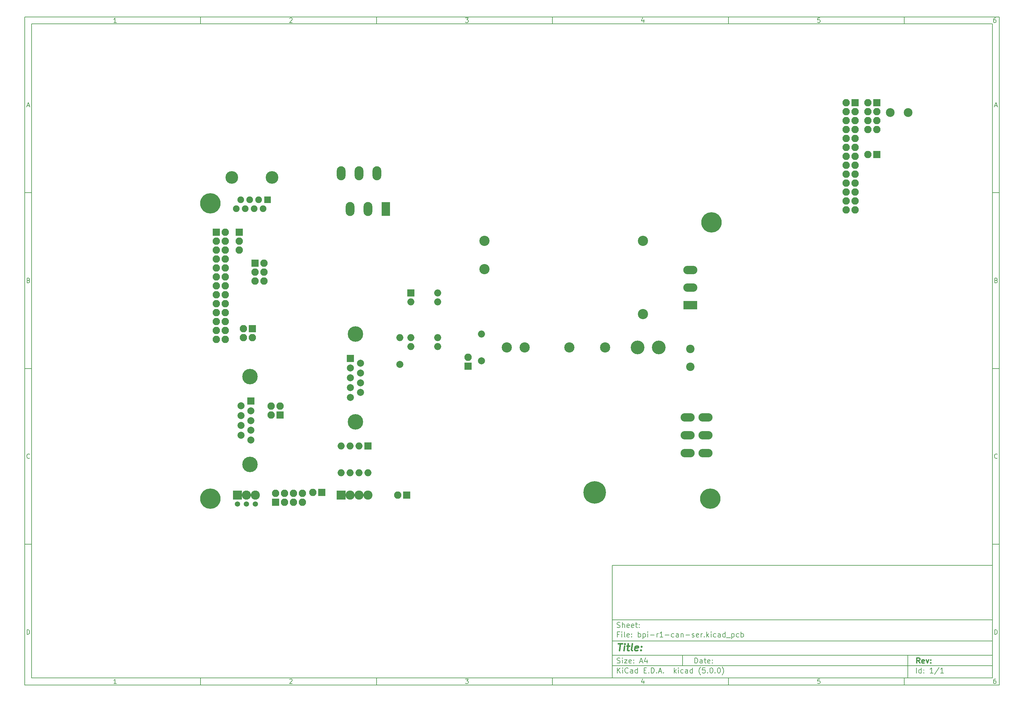
<source format=gbs>
G04 #@! TF.GenerationSoftware,KiCad,Pcbnew,(5.0.0)*
G04 #@! TF.CreationDate,2018-08-15T00:31:51+02:00*
G04 #@! TF.ProjectId,bpi-r1-can-ser,6270692D72312D63616E2D7365722E6B,rev?*
G04 #@! TF.SameCoordinates,Original*
G04 #@! TF.FileFunction,Soldermask,Bot*
G04 #@! TF.FilePolarity,Negative*
%FSLAX46Y46*%
G04 Gerber Fmt 4.6, Leading zero omitted, Abs format (unit mm)*
G04 Created by KiCad (PCBNEW (5.0.0)) date 08/15/18 00:31:51*
%MOMM*%
%LPD*%
G01*
G04 APERTURE LIST*
%ADD10C,0.100000*%
%ADD11C,0.150000*%
%ADD12C,0.300000*%
%ADD13C,0.400000*%
%ADD14R,2.000000X2.000000*%
%ADD15C,2.000000*%
%ADD16C,4.400000*%
%ADD17R,2.100000X2.100000*%
%ADD18O,2.100000X2.100000*%
%ADD19C,2.500000*%
%ADD20R,4.000000X2.400000*%
%ADD21O,4.000000X2.400000*%
%ADD22C,2.900000*%
%ADD23O,2.000000X2.000000*%
%ADD24C,3.900120*%
%ADD25C,6.399480*%
%ADD26C,2.400000*%
%ADD27C,5.800000*%
%ADD28C,3.600000*%
%ADD29R,1.900000X1.900000*%
%ADD30C,1.900000*%
%ADD31R,2.600000X2.600000*%
%ADD32C,1.500000*%
%ADD33C,2.600000*%
%ADD34R,2.480000X4.000000*%
%ADD35O,2.480000X4.000000*%
G04 APERTURE END LIST*
D10*
D11*
X177002200Y-166007200D02*
X177002200Y-198007200D01*
X285002200Y-198007200D01*
X285002200Y-166007200D01*
X177002200Y-166007200D01*
D10*
D11*
X10000000Y-10000000D02*
X10000000Y-200007200D01*
X287002200Y-200007200D01*
X287002200Y-10000000D01*
X10000000Y-10000000D01*
D10*
D11*
X12000000Y-12000000D02*
X12000000Y-198007200D01*
X285002200Y-198007200D01*
X285002200Y-12000000D01*
X12000000Y-12000000D01*
D10*
D11*
X60000000Y-12000000D02*
X60000000Y-10000000D01*
D10*
D11*
X110000000Y-12000000D02*
X110000000Y-10000000D01*
D10*
D11*
X160000000Y-12000000D02*
X160000000Y-10000000D01*
D10*
D11*
X210000000Y-12000000D02*
X210000000Y-10000000D01*
D10*
D11*
X260000000Y-12000000D02*
X260000000Y-10000000D01*
D10*
D11*
X36065476Y-11588095D02*
X35322619Y-11588095D01*
X35694047Y-11588095D02*
X35694047Y-10288095D01*
X35570238Y-10473809D01*
X35446428Y-10597619D01*
X35322619Y-10659523D01*
D10*
D11*
X85322619Y-10411904D02*
X85384523Y-10350000D01*
X85508333Y-10288095D01*
X85817857Y-10288095D01*
X85941666Y-10350000D01*
X86003571Y-10411904D01*
X86065476Y-10535714D01*
X86065476Y-10659523D01*
X86003571Y-10845238D01*
X85260714Y-11588095D01*
X86065476Y-11588095D01*
D10*
D11*
X135260714Y-10288095D02*
X136065476Y-10288095D01*
X135632142Y-10783333D01*
X135817857Y-10783333D01*
X135941666Y-10845238D01*
X136003571Y-10907142D01*
X136065476Y-11030952D01*
X136065476Y-11340476D01*
X136003571Y-11464285D01*
X135941666Y-11526190D01*
X135817857Y-11588095D01*
X135446428Y-11588095D01*
X135322619Y-11526190D01*
X135260714Y-11464285D01*
D10*
D11*
X185941666Y-10721428D02*
X185941666Y-11588095D01*
X185632142Y-10226190D02*
X185322619Y-11154761D01*
X186127380Y-11154761D01*
D10*
D11*
X236003571Y-10288095D02*
X235384523Y-10288095D01*
X235322619Y-10907142D01*
X235384523Y-10845238D01*
X235508333Y-10783333D01*
X235817857Y-10783333D01*
X235941666Y-10845238D01*
X236003571Y-10907142D01*
X236065476Y-11030952D01*
X236065476Y-11340476D01*
X236003571Y-11464285D01*
X235941666Y-11526190D01*
X235817857Y-11588095D01*
X235508333Y-11588095D01*
X235384523Y-11526190D01*
X235322619Y-11464285D01*
D10*
D11*
X285941666Y-10288095D02*
X285694047Y-10288095D01*
X285570238Y-10350000D01*
X285508333Y-10411904D01*
X285384523Y-10597619D01*
X285322619Y-10845238D01*
X285322619Y-11340476D01*
X285384523Y-11464285D01*
X285446428Y-11526190D01*
X285570238Y-11588095D01*
X285817857Y-11588095D01*
X285941666Y-11526190D01*
X286003571Y-11464285D01*
X286065476Y-11340476D01*
X286065476Y-11030952D01*
X286003571Y-10907142D01*
X285941666Y-10845238D01*
X285817857Y-10783333D01*
X285570238Y-10783333D01*
X285446428Y-10845238D01*
X285384523Y-10907142D01*
X285322619Y-11030952D01*
D10*
D11*
X60000000Y-198007200D02*
X60000000Y-200007200D01*
D10*
D11*
X110000000Y-198007200D02*
X110000000Y-200007200D01*
D10*
D11*
X160000000Y-198007200D02*
X160000000Y-200007200D01*
D10*
D11*
X210000000Y-198007200D02*
X210000000Y-200007200D01*
D10*
D11*
X260000000Y-198007200D02*
X260000000Y-200007200D01*
D10*
D11*
X36065476Y-199595295D02*
X35322619Y-199595295D01*
X35694047Y-199595295D02*
X35694047Y-198295295D01*
X35570238Y-198481009D01*
X35446428Y-198604819D01*
X35322619Y-198666723D01*
D10*
D11*
X85322619Y-198419104D02*
X85384523Y-198357200D01*
X85508333Y-198295295D01*
X85817857Y-198295295D01*
X85941666Y-198357200D01*
X86003571Y-198419104D01*
X86065476Y-198542914D01*
X86065476Y-198666723D01*
X86003571Y-198852438D01*
X85260714Y-199595295D01*
X86065476Y-199595295D01*
D10*
D11*
X135260714Y-198295295D02*
X136065476Y-198295295D01*
X135632142Y-198790533D01*
X135817857Y-198790533D01*
X135941666Y-198852438D01*
X136003571Y-198914342D01*
X136065476Y-199038152D01*
X136065476Y-199347676D01*
X136003571Y-199471485D01*
X135941666Y-199533390D01*
X135817857Y-199595295D01*
X135446428Y-199595295D01*
X135322619Y-199533390D01*
X135260714Y-199471485D01*
D10*
D11*
X185941666Y-198728628D02*
X185941666Y-199595295D01*
X185632142Y-198233390D02*
X185322619Y-199161961D01*
X186127380Y-199161961D01*
D10*
D11*
X236003571Y-198295295D02*
X235384523Y-198295295D01*
X235322619Y-198914342D01*
X235384523Y-198852438D01*
X235508333Y-198790533D01*
X235817857Y-198790533D01*
X235941666Y-198852438D01*
X236003571Y-198914342D01*
X236065476Y-199038152D01*
X236065476Y-199347676D01*
X236003571Y-199471485D01*
X235941666Y-199533390D01*
X235817857Y-199595295D01*
X235508333Y-199595295D01*
X235384523Y-199533390D01*
X235322619Y-199471485D01*
D10*
D11*
X285941666Y-198295295D02*
X285694047Y-198295295D01*
X285570238Y-198357200D01*
X285508333Y-198419104D01*
X285384523Y-198604819D01*
X285322619Y-198852438D01*
X285322619Y-199347676D01*
X285384523Y-199471485D01*
X285446428Y-199533390D01*
X285570238Y-199595295D01*
X285817857Y-199595295D01*
X285941666Y-199533390D01*
X286003571Y-199471485D01*
X286065476Y-199347676D01*
X286065476Y-199038152D01*
X286003571Y-198914342D01*
X285941666Y-198852438D01*
X285817857Y-198790533D01*
X285570238Y-198790533D01*
X285446428Y-198852438D01*
X285384523Y-198914342D01*
X285322619Y-199038152D01*
D10*
D11*
X10000000Y-60000000D02*
X12000000Y-60000000D01*
D10*
D11*
X10000000Y-110000000D02*
X12000000Y-110000000D01*
D10*
D11*
X10000000Y-160000000D02*
X12000000Y-160000000D01*
D10*
D11*
X10690476Y-35216666D02*
X11309523Y-35216666D01*
X10566666Y-35588095D02*
X11000000Y-34288095D01*
X11433333Y-35588095D01*
D10*
D11*
X11092857Y-84907142D02*
X11278571Y-84969047D01*
X11340476Y-85030952D01*
X11402380Y-85154761D01*
X11402380Y-85340476D01*
X11340476Y-85464285D01*
X11278571Y-85526190D01*
X11154761Y-85588095D01*
X10659523Y-85588095D01*
X10659523Y-84288095D01*
X11092857Y-84288095D01*
X11216666Y-84350000D01*
X11278571Y-84411904D01*
X11340476Y-84535714D01*
X11340476Y-84659523D01*
X11278571Y-84783333D01*
X11216666Y-84845238D01*
X11092857Y-84907142D01*
X10659523Y-84907142D01*
D10*
D11*
X11402380Y-135464285D02*
X11340476Y-135526190D01*
X11154761Y-135588095D01*
X11030952Y-135588095D01*
X10845238Y-135526190D01*
X10721428Y-135402380D01*
X10659523Y-135278571D01*
X10597619Y-135030952D01*
X10597619Y-134845238D01*
X10659523Y-134597619D01*
X10721428Y-134473809D01*
X10845238Y-134350000D01*
X11030952Y-134288095D01*
X11154761Y-134288095D01*
X11340476Y-134350000D01*
X11402380Y-134411904D01*
D10*
D11*
X10659523Y-185588095D02*
X10659523Y-184288095D01*
X10969047Y-184288095D01*
X11154761Y-184350000D01*
X11278571Y-184473809D01*
X11340476Y-184597619D01*
X11402380Y-184845238D01*
X11402380Y-185030952D01*
X11340476Y-185278571D01*
X11278571Y-185402380D01*
X11154761Y-185526190D01*
X10969047Y-185588095D01*
X10659523Y-185588095D01*
D10*
D11*
X287002200Y-60000000D02*
X285002200Y-60000000D01*
D10*
D11*
X287002200Y-110000000D02*
X285002200Y-110000000D01*
D10*
D11*
X287002200Y-160000000D02*
X285002200Y-160000000D01*
D10*
D11*
X285692676Y-35216666D02*
X286311723Y-35216666D01*
X285568866Y-35588095D02*
X286002200Y-34288095D01*
X286435533Y-35588095D01*
D10*
D11*
X286095057Y-84907142D02*
X286280771Y-84969047D01*
X286342676Y-85030952D01*
X286404580Y-85154761D01*
X286404580Y-85340476D01*
X286342676Y-85464285D01*
X286280771Y-85526190D01*
X286156961Y-85588095D01*
X285661723Y-85588095D01*
X285661723Y-84288095D01*
X286095057Y-84288095D01*
X286218866Y-84350000D01*
X286280771Y-84411904D01*
X286342676Y-84535714D01*
X286342676Y-84659523D01*
X286280771Y-84783333D01*
X286218866Y-84845238D01*
X286095057Y-84907142D01*
X285661723Y-84907142D01*
D10*
D11*
X286404580Y-135464285D02*
X286342676Y-135526190D01*
X286156961Y-135588095D01*
X286033152Y-135588095D01*
X285847438Y-135526190D01*
X285723628Y-135402380D01*
X285661723Y-135278571D01*
X285599819Y-135030952D01*
X285599819Y-134845238D01*
X285661723Y-134597619D01*
X285723628Y-134473809D01*
X285847438Y-134350000D01*
X286033152Y-134288095D01*
X286156961Y-134288095D01*
X286342676Y-134350000D01*
X286404580Y-134411904D01*
D10*
D11*
X285661723Y-185588095D02*
X285661723Y-184288095D01*
X285971247Y-184288095D01*
X286156961Y-184350000D01*
X286280771Y-184473809D01*
X286342676Y-184597619D01*
X286404580Y-184845238D01*
X286404580Y-185030952D01*
X286342676Y-185278571D01*
X286280771Y-185402380D01*
X286156961Y-185526190D01*
X285971247Y-185588095D01*
X285661723Y-185588095D01*
D10*
D11*
X200434342Y-193785771D02*
X200434342Y-192285771D01*
X200791485Y-192285771D01*
X201005771Y-192357200D01*
X201148628Y-192500057D01*
X201220057Y-192642914D01*
X201291485Y-192928628D01*
X201291485Y-193142914D01*
X201220057Y-193428628D01*
X201148628Y-193571485D01*
X201005771Y-193714342D01*
X200791485Y-193785771D01*
X200434342Y-193785771D01*
X202577200Y-193785771D02*
X202577200Y-193000057D01*
X202505771Y-192857200D01*
X202362914Y-192785771D01*
X202077200Y-192785771D01*
X201934342Y-192857200D01*
X202577200Y-193714342D02*
X202434342Y-193785771D01*
X202077200Y-193785771D01*
X201934342Y-193714342D01*
X201862914Y-193571485D01*
X201862914Y-193428628D01*
X201934342Y-193285771D01*
X202077200Y-193214342D01*
X202434342Y-193214342D01*
X202577200Y-193142914D01*
X203077200Y-192785771D02*
X203648628Y-192785771D01*
X203291485Y-192285771D02*
X203291485Y-193571485D01*
X203362914Y-193714342D01*
X203505771Y-193785771D01*
X203648628Y-193785771D01*
X204720057Y-193714342D02*
X204577200Y-193785771D01*
X204291485Y-193785771D01*
X204148628Y-193714342D01*
X204077200Y-193571485D01*
X204077200Y-193000057D01*
X204148628Y-192857200D01*
X204291485Y-192785771D01*
X204577200Y-192785771D01*
X204720057Y-192857200D01*
X204791485Y-193000057D01*
X204791485Y-193142914D01*
X204077200Y-193285771D01*
X205434342Y-193642914D02*
X205505771Y-193714342D01*
X205434342Y-193785771D01*
X205362914Y-193714342D01*
X205434342Y-193642914D01*
X205434342Y-193785771D01*
X205434342Y-192857200D02*
X205505771Y-192928628D01*
X205434342Y-193000057D01*
X205362914Y-192928628D01*
X205434342Y-192857200D01*
X205434342Y-193000057D01*
D10*
D11*
X177002200Y-194507200D02*
X285002200Y-194507200D01*
D10*
D11*
X178434342Y-196585771D02*
X178434342Y-195085771D01*
X179291485Y-196585771D02*
X178648628Y-195728628D01*
X179291485Y-195085771D02*
X178434342Y-195942914D01*
X179934342Y-196585771D02*
X179934342Y-195585771D01*
X179934342Y-195085771D02*
X179862914Y-195157200D01*
X179934342Y-195228628D01*
X180005771Y-195157200D01*
X179934342Y-195085771D01*
X179934342Y-195228628D01*
X181505771Y-196442914D02*
X181434342Y-196514342D01*
X181220057Y-196585771D01*
X181077200Y-196585771D01*
X180862914Y-196514342D01*
X180720057Y-196371485D01*
X180648628Y-196228628D01*
X180577200Y-195942914D01*
X180577200Y-195728628D01*
X180648628Y-195442914D01*
X180720057Y-195300057D01*
X180862914Y-195157200D01*
X181077200Y-195085771D01*
X181220057Y-195085771D01*
X181434342Y-195157200D01*
X181505771Y-195228628D01*
X182791485Y-196585771D02*
X182791485Y-195800057D01*
X182720057Y-195657200D01*
X182577200Y-195585771D01*
X182291485Y-195585771D01*
X182148628Y-195657200D01*
X182791485Y-196514342D02*
X182648628Y-196585771D01*
X182291485Y-196585771D01*
X182148628Y-196514342D01*
X182077200Y-196371485D01*
X182077200Y-196228628D01*
X182148628Y-196085771D01*
X182291485Y-196014342D01*
X182648628Y-196014342D01*
X182791485Y-195942914D01*
X184148628Y-196585771D02*
X184148628Y-195085771D01*
X184148628Y-196514342D02*
X184005771Y-196585771D01*
X183720057Y-196585771D01*
X183577200Y-196514342D01*
X183505771Y-196442914D01*
X183434342Y-196300057D01*
X183434342Y-195871485D01*
X183505771Y-195728628D01*
X183577200Y-195657200D01*
X183720057Y-195585771D01*
X184005771Y-195585771D01*
X184148628Y-195657200D01*
X186005771Y-195800057D02*
X186505771Y-195800057D01*
X186720057Y-196585771D02*
X186005771Y-196585771D01*
X186005771Y-195085771D01*
X186720057Y-195085771D01*
X187362914Y-196442914D02*
X187434342Y-196514342D01*
X187362914Y-196585771D01*
X187291485Y-196514342D01*
X187362914Y-196442914D01*
X187362914Y-196585771D01*
X188077200Y-196585771D02*
X188077200Y-195085771D01*
X188434342Y-195085771D01*
X188648628Y-195157200D01*
X188791485Y-195300057D01*
X188862914Y-195442914D01*
X188934342Y-195728628D01*
X188934342Y-195942914D01*
X188862914Y-196228628D01*
X188791485Y-196371485D01*
X188648628Y-196514342D01*
X188434342Y-196585771D01*
X188077200Y-196585771D01*
X189577200Y-196442914D02*
X189648628Y-196514342D01*
X189577200Y-196585771D01*
X189505771Y-196514342D01*
X189577200Y-196442914D01*
X189577200Y-196585771D01*
X190220057Y-196157200D02*
X190934342Y-196157200D01*
X190077200Y-196585771D02*
X190577200Y-195085771D01*
X191077200Y-196585771D01*
X191577200Y-196442914D02*
X191648628Y-196514342D01*
X191577200Y-196585771D01*
X191505771Y-196514342D01*
X191577200Y-196442914D01*
X191577200Y-196585771D01*
X194577200Y-196585771D02*
X194577200Y-195085771D01*
X194720057Y-196014342D02*
X195148628Y-196585771D01*
X195148628Y-195585771D02*
X194577200Y-196157200D01*
X195791485Y-196585771D02*
X195791485Y-195585771D01*
X195791485Y-195085771D02*
X195720057Y-195157200D01*
X195791485Y-195228628D01*
X195862914Y-195157200D01*
X195791485Y-195085771D01*
X195791485Y-195228628D01*
X197148628Y-196514342D02*
X197005771Y-196585771D01*
X196720057Y-196585771D01*
X196577200Y-196514342D01*
X196505771Y-196442914D01*
X196434342Y-196300057D01*
X196434342Y-195871485D01*
X196505771Y-195728628D01*
X196577200Y-195657200D01*
X196720057Y-195585771D01*
X197005771Y-195585771D01*
X197148628Y-195657200D01*
X198434342Y-196585771D02*
X198434342Y-195800057D01*
X198362914Y-195657200D01*
X198220057Y-195585771D01*
X197934342Y-195585771D01*
X197791485Y-195657200D01*
X198434342Y-196514342D02*
X198291485Y-196585771D01*
X197934342Y-196585771D01*
X197791485Y-196514342D01*
X197720057Y-196371485D01*
X197720057Y-196228628D01*
X197791485Y-196085771D01*
X197934342Y-196014342D01*
X198291485Y-196014342D01*
X198434342Y-195942914D01*
X199791485Y-196585771D02*
X199791485Y-195085771D01*
X199791485Y-196514342D02*
X199648628Y-196585771D01*
X199362914Y-196585771D01*
X199220057Y-196514342D01*
X199148628Y-196442914D01*
X199077200Y-196300057D01*
X199077200Y-195871485D01*
X199148628Y-195728628D01*
X199220057Y-195657200D01*
X199362914Y-195585771D01*
X199648628Y-195585771D01*
X199791485Y-195657200D01*
X202077200Y-197157200D02*
X202005771Y-197085771D01*
X201862914Y-196871485D01*
X201791485Y-196728628D01*
X201720057Y-196514342D01*
X201648628Y-196157200D01*
X201648628Y-195871485D01*
X201720057Y-195514342D01*
X201791485Y-195300057D01*
X201862914Y-195157200D01*
X202005771Y-194942914D01*
X202077200Y-194871485D01*
X203362914Y-195085771D02*
X202648628Y-195085771D01*
X202577200Y-195800057D01*
X202648628Y-195728628D01*
X202791485Y-195657200D01*
X203148628Y-195657200D01*
X203291485Y-195728628D01*
X203362914Y-195800057D01*
X203434342Y-195942914D01*
X203434342Y-196300057D01*
X203362914Y-196442914D01*
X203291485Y-196514342D01*
X203148628Y-196585771D01*
X202791485Y-196585771D01*
X202648628Y-196514342D01*
X202577200Y-196442914D01*
X204077200Y-196442914D02*
X204148628Y-196514342D01*
X204077200Y-196585771D01*
X204005771Y-196514342D01*
X204077200Y-196442914D01*
X204077200Y-196585771D01*
X205077200Y-195085771D02*
X205220057Y-195085771D01*
X205362914Y-195157200D01*
X205434342Y-195228628D01*
X205505771Y-195371485D01*
X205577200Y-195657200D01*
X205577200Y-196014342D01*
X205505771Y-196300057D01*
X205434342Y-196442914D01*
X205362914Y-196514342D01*
X205220057Y-196585771D01*
X205077200Y-196585771D01*
X204934342Y-196514342D01*
X204862914Y-196442914D01*
X204791485Y-196300057D01*
X204720057Y-196014342D01*
X204720057Y-195657200D01*
X204791485Y-195371485D01*
X204862914Y-195228628D01*
X204934342Y-195157200D01*
X205077200Y-195085771D01*
X206220057Y-196442914D02*
X206291485Y-196514342D01*
X206220057Y-196585771D01*
X206148628Y-196514342D01*
X206220057Y-196442914D01*
X206220057Y-196585771D01*
X207220057Y-195085771D02*
X207362914Y-195085771D01*
X207505771Y-195157200D01*
X207577200Y-195228628D01*
X207648628Y-195371485D01*
X207720057Y-195657200D01*
X207720057Y-196014342D01*
X207648628Y-196300057D01*
X207577200Y-196442914D01*
X207505771Y-196514342D01*
X207362914Y-196585771D01*
X207220057Y-196585771D01*
X207077200Y-196514342D01*
X207005771Y-196442914D01*
X206934342Y-196300057D01*
X206862914Y-196014342D01*
X206862914Y-195657200D01*
X206934342Y-195371485D01*
X207005771Y-195228628D01*
X207077200Y-195157200D01*
X207220057Y-195085771D01*
X208220057Y-197157200D02*
X208291485Y-197085771D01*
X208434342Y-196871485D01*
X208505771Y-196728628D01*
X208577200Y-196514342D01*
X208648628Y-196157200D01*
X208648628Y-195871485D01*
X208577200Y-195514342D01*
X208505771Y-195300057D01*
X208434342Y-195157200D01*
X208291485Y-194942914D01*
X208220057Y-194871485D01*
D10*
D11*
X177002200Y-191507200D02*
X285002200Y-191507200D01*
D10*
D12*
X264411485Y-193785771D02*
X263911485Y-193071485D01*
X263554342Y-193785771D02*
X263554342Y-192285771D01*
X264125771Y-192285771D01*
X264268628Y-192357200D01*
X264340057Y-192428628D01*
X264411485Y-192571485D01*
X264411485Y-192785771D01*
X264340057Y-192928628D01*
X264268628Y-193000057D01*
X264125771Y-193071485D01*
X263554342Y-193071485D01*
X265625771Y-193714342D02*
X265482914Y-193785771D01*
X265197200Y-193785771D01*
X265054342Y-193714342D01*
X264982914Y-193571485D01*
X264982914Y-193000057D01*
X265054342Y-192857200D01*
X265197200Y-192785771D01*
X265482914Y-192785771D01*
X265625771Y-192857200D01*
X265697200Y-193000057D01*
X265697200Y-193142914D01*
X264982914Y-193285771D01*
X266197200Y-192785771D02*
X266554342Y-193785771D01*
X266911485Y-192785771D01*
X267482914Y-193642914D02*
X267554342Y-193714342D01*
X267482914Y-193785771D01*
X267411485Y-193714342D01*
X267482914Y-193642914D01*
X267482914Y-193785771D01*
X267482914Y-192857200D02*
X267554342Y-192928628D01*
X267482914Y-193000057D01*
X267411485Y-192928628D01*
X267482914Y-192857200D01*
X267482914Y-193000057D01*
D10*
D11*
X178362914Y-193714342D02*
X178577200Y-193785771D01*
X178934342Y-193785771D01*
X179077200Y-193714342D01*
X179148628Y-193642914D01*
X179220057Y-193500057D01*
X179220057Y-193357200D01*
X179148628Y-193214342D01*
X179077200Y-193142914D01*
X178934342Y-193071485D01*
X178648628Y-193000057D01*
X178505771Y-192928628D01*
X178434342Y-192857200D01*
X178362914Y-192714342D01*
X178362914Y-192571485D01*
X178434342Y-192428628D01*
X178505771Y-192357200D01*
X178648628Y-192285771D01*
X179005771Y-192285771D01*
X179220057Y-192357200D01*
X179862914Y-193785771D02*
X179862914Y-192785771D01*
X179862914Y-192285771D02*
X179791485Y-192357200D01*
X179862914Y-192428628D01*
X179934342Y-192357200D01*
X179862914Y-192285771D01*
X179862914Y-192428628D01*
X180434342Y-192785771D02*
X181220057Y-192785771D01*
X180434342Y-193785771D01*
X181220057Y-193785771D01*
X182362914Y-193714342D02*
X182220057Y-193785771D01*
X181934342Y-193785771D01*
X181791485Y-193714342D01*
X181720057Y-193571485D01*
X181720057Y-193000057D01*
X181791485Y-192857200D01*
X181934342Y-192785771D01*
X182220057Y-192785771D01*
X182362914Y-192857200D01*
X182434342Y-193000057D01*
X182434342Y-193142914D01*
X181720057Y-193285771D01*
X183077200Y-193642914D02*
X183148628Y-193714342D01*
X183077200Y-193785771D01*
X183005771Y-193714342D01*
X183077200Y-193642914D01*
X183077200Y-193785771D01*
X183077200Y-192857200D02*
X183148628Y-192928628D01*
X183077200Y-193000057D01*
X183005771Y-192928628D01*
X183077200Y-192857200D01*
X183077200Y-193000057D01*
X184862914Y-193357200D02*
X185577200Y-193357200D01*
X184720057Y-193785771D02*
X185220057Y-192285771D01*
X185720057Y-193785771D01*
X186862914Y-192785771D02*
X186862914Y-193785771D01*
X186505771Y-192214342D02*
X186148628Y-193285771D01*
X187077200Y-193285771D01*
D10*
D11*
X263434342Y-196585771D02*
X263434342Y-195085771D01*
X264791485Y-196585771D02*
X264791485Y-195085771D01*
X264791485Y-196514342D02*
X264648628Y-196585771D01*
X264362914Y-196585771D01*
X264220057Y-196514342D01*
X264148628Y-196442914D01*
X264077200Y-196300057D01*
X264077200Y-195871485D01*
X264148628Y-195728628D01*
X264220057Y-195657200D01*
X264362914Y-195585771D01*
X264648628Y-195585771D01*
X264791485Y-195657200D01*
X265505771Y-196442914D02*
X265577200Y-196514342D01*
X265505771Y-196585771D01*
X265434342Y-196514342D01*
X265505771Y-196442914D01*
X265505771Y-196585771D01*
X265505771Y-195657200D02*
X265577200Y-195728628D01*
X265505771Y-195800057D01*
X265434342Y-195728628D01*
X265505771Y-195657200D01*
X265505771Y-195800057D01*
X268148628Y-196585771D02*
X267291485Y-196585771D01*
X267720057Y-196585771D02*
X267720057Y-195085771D01*
X267577200Y-195300057D01*
X267434342Y-195442914D01*
X267291485Y-195514342D01*
X269862914Y-195014342D02*
X268577200Y-196942914D01*
X271148628Y-196585771D02*
X270291485Y-196585771D01*
X270720057Y-196585771D02*
X270720057Y-195085771D01*
X270577200Y-195300057D01*
X270434342Y-195442914D01*
X270291485Y-195514342D01*
D10*
D11*
X177002200Y-187507200D02*
X285002200Y-187507200D01*
D10*
D13*
X178714580Y-188211961D02*
X179857438Y-188211961D01*
X179036009Y-190211961D02*
X179286009Y-188211961D01*
X180274104Y-190211961D02*
X180440771Y-188878628D01*
X180524104Y-188211961D02*
X180416961Y-188307200D01*
X180500295Y-188402438D01*
X180607438Y-188307200D01*
X180524104Y-188211961D01*
X180500295Y-188402438D01*
X181107438Y-188878628D02*
X181869342Y-188878628D01*
X181476485Y-188211961D02*
X181262200Y-189926247D01*
X181333628Y-190116723D01*
X181512200Y-190211961D01*
X181702676Y-190211961D01*
X182655057Y-190211961D02*
X182476485Y-190116723D01*
X182405057Y-189926247D01*
X182619342Y-188211961D01*
X184190771Y-190116723D02*
X183988390Y-190211961D01*
X183607438Y-190211961D01*
X183428866Y-190116723D01*
X183357438Y-189926247D01*
X183452676Y-189164342D01*
X183571723Y-188973866D01*
X183774104Y-188878628D01*
X184155057Y-188878628D01*
X184333628Y-188973866D01*
X184405057Y-189164342D01*
X184381247Y-189354819D01*
X183405057Y-189545295D01*
X185155057Y-190021485D02*
X185238390Y-190116723D01*
X185131247Y-190211961D01*
X185047914Y-190116723D01*
X185155057Y-190021485D01*
X185131247Y-190211961D01*
X185286009Y-188973866D02*
X185369342Y-189069104D01*
X185262200Y-189164342D01*
X185178866Y-189069104D01*
X185286009Y-188973866D01*
X185262200Y-189164342D01*
D10*
D11*
X178934342Y-185600057D02*
X178434342Y-185600057D01*
X178434342Y-186385771D02*
X178434342Y-184885771D01*
X179148628Y-184885771D01*
X179720057Y-186385771D02*
X179720057Y-185385771D01*
X179720057Y-184885771D02*
X179648628Y-184957200D01*
X179720057Y-185028628D01*
X179791485Y-184957200D01*
X179720057Y-184885771D01*
X179720057Y-185028628D01*
X180648628Y-186385771D02*
X180505771Y-186314342D01*
X180434342Y-186171485D01*
X180434342Y-184885771D01*
X181791485Y-186314342D02*
X181648628Y-186385771D01*
X181362914Y-186385771D01*
X181220057Y-186314342D01*
X181148628Y-186171485D01*
X181148628Y-185600057D01*
X181220057Y-185457200D01*
X181362914Y-185385771D01*
X181648628Y-185385771D01*
X181791485Y-185457200D01*
X181862914Y-185600057D01*
X181862914Y-185742914D01*
X181148628Y-185885771D01*
X182505771Y-186242914D02*
X182577200Y-186314342D01*
X182505771Y-186385771D01*
X182434342Y-186314342D01*
X182505771Y-186242914D01*
X182505771Y-186385771D01*
X182505771Y-185457200D02*
X182577200Y-185528628D01*
X182505771Y-185600057D01*
X182434342Y-185528628D01*
X182505771Y-185457200D01*
X182505771Y-185600057D01*
X184362914Y-186385771D02*
X184362914Y-184885771D01*
X184362914Y-185457200D02*
X184505771Y-185385771D01*
X184791485Y-185385771D01*
X184934342Y-185457200D01*
X185005771Y-185528628D01*
X185077200Y-185671485D01*
X185077200Y-186100057D01*
X185005771Y-186242914D01*
X184934342Y-186314342D01*
X184791485Y-186385771D01*
X184505771Y-186385771D01*
X184362914Y-186314342D01*
X185720057Y-185385771D02*
X185720057Y-186885771D01*
X185720057Y-185457200D02*
X185862914Y-185385771D01*
X186148628Y-185385771D01*
X186291485Y-185457200D01*
X186362914Y-185528628D01*
X186434342Y-185671485D01*
X186434342Y-186100057D01*
X186362914Y-186242914D01*
X186291485Y-186314342D01*
X186148628Y-186385771D01*
X185862914Y-186385771D01*
X185720057Y-186314342D01*
X187077200Y-186385771D02*
X187077200Y-185385771D01*
X187077200Y-184885771D02*
X187005771Y-184957200D01*
X187077200Y-185028628D01*
X187148628Y-184957200D01*
X187077200Y-184885771D01*
X187077200Y-185028628D01*
X187791485Y-185814342D02*
X188934342Y-185814342D01*
X189648628Y-186385771D02*
X189648628Y-185385771D01*
X189648628Y-185671485D02*
X189720057Y-185528628D01*
X189791485Y-185457200D01*
X189934342Y-185385771D01*
X190077200Y-185385771D01*
X191362914Y-186385771D02*
X190505771Y-186385771D01*
X190934342Y-186385771D02*
X190934342Y-184885771D01*
X190791485Y-185100057D01*
X190648628Y-185242914D01*
X190505771Y-185314342D01*
X192005771Y-185814342D02*
X193148628Y-185814342D01*
X194505771Y-186314342D02*
X194362914Y-186385771D01*
X194077200Y-186385771D01*
X193934342Y-186314342D01*
X193862914Y-186242914D01*
X193791485Y-186100057D01*
X193791485Y-185671485D01*
X193862914Y-185528628D01*
X193934342Y-185457200D01*
X194077200Y-185385771D01*
X194362914Y-185385771D01*
X194505771Y-185457200D01*
X195791485Y-186385771D02*
X195791485Y-185600057D01*
X195720057Y-185457200D01*
X195577200Y-185385771D01*
X195291485Y-185385771D01*
X195148628Y-185457200D01*
X195791485Y-186314342D02*
X195648628Y-186385771D01*
X195291485Y-186385771D01*
X195148628Y-186314342D01*
X195077200Y-186171485D01*
X195077200Y-186028628D01*
X195148628Y-185885771D01*
X195291485Y-185814342D01*
X195648628Y-185814342D01*
X195791485Y-185742914D01*
X196505771Y-185385771D02*
X196505771Y-186385771D01*
X196505771Y-185528628D02*
X196577200Y-185457200D01*
X196720057Y-185385771D01*
X196934342Y-185385771D01*
X197077200Y-185457200D01*
X197148628Y-185600057D01*
X197148628Y-186385771D01*
X197862914Y-185814342D02*
X199005771Y-185814342D01*
X199648628Y-186314342D02*
X199791485Y-186385771D01*
X200077200Y-186385771D01*
X200220057Y-186314342D01*
X200291485Y-186171485D01*
X200291485Y-186100057D01*
X200220057Y-185957200D01*
X200077200Y-185885771D01*
X199862914Y-185885771D01*
X199720057Y-185814342D01*
X199648628Y-185671485D01*
X199648628Y-185600057D01*
X199720057Y-185457200D01*
X199862914Y-185385771D01*
X200077200Y-185385771D01*
X200220057Y-185457200D01*
X201505771Y-186314342D02*
X201362914Y-186385771D01*
X201077200Y-186385771D01*
X200934342Y-186314342D01*
X200862914Y-186171485D01*
X200862914Y-185600057D01*
X200934342Y-185457200D01*
X201077200Y-185385771D01*
X201362914Y-185385771D01*
X201505771Y-185457200D01*
X201577200Y-185600057D01*
X201577200Y-185742914D01*
X200862914Y-185885771D01*
X202220057Y-186385771D02*
X202220057Y-185385771D01*
X202220057Y-185671485D02*
X202291485Y-185528628D01*
X202362914Y-185457200D01*
X202505771Y-185385771D01*
X202648628Y-185385771D01*
X203148628Y-186242914D02*
X203220057Y-186314342D01*
X203148628Y-186385771D01*
X203077200Y-186314342D01*
X203148628Y-186242914D01*
X203148628Y-186385771D01*
X203862914Y-186385771D02*
X203862914Y-184885771D01*
X204005771Y-185814342D02*
X204434342Y-186385771D01*
X204434342Y-185385771D02*
X203862914Y-185957200D01*
X205077200Y-186385771D02*
X205077200Y-185385771D01*
X205077200Y-184885771D02*
X205005771Y-184957200D01*
X205077200Y-185028628D01*
X205148628Y-184957200D01*
X205077200Y-184885771D01*
X205077200Y-185028628D01*
X206434342Y-186314342D02*
X206291485Y-186385771D01*
X206005771Y-186385771D01*
X205862914Y-186314342D01*
X205791485Y-186242914D01*
X205720057Y-186100057D01*
X205720057Y-185671485D01*
X205791485Y-185528628D01*
X205862914Y-185457200D01*
X206005771Y-185385771D01*
X206291485Y-185385771D01*
X206434342Y-185457200D01*
X207720057Y-186385771D02*
X207720057Y-185600057D01*
X207648628Y-185457200D01*
X207505771Y-185385771D01*
X207220057Y-185385771D01*
X207077200Y-185457200D01*
X207720057Y-186314342D02*
X207577200Y-186385771D01*
X207220057Y-186385771D01*
X207077200Y-186314342D01*
X207005771Y-186171485D01*
X207005771Y-186028628D01*
X207077200Y-185885771D01*
X207220057Y-185814342D01*
X207577200Y-185814342D01*
X207720057Y-185742914D01*
X209077200Y-186385771D02*
X209077200Y-184885771D01*
X209077200Y-186314342D02*
X208934342Y-186385771D01*
X208648628Y-186385771D01*
X208505771Y-186314342D01*
X208434342Y-186242914D01*
X208362914Y-186100057D01*
X208362914Y-185671485D01*
X208434342Y-185528628D01*
X208505771Y-185457200D01*
X208648628Y-185385771D01*
X208934342Y-185385771D01*
X209077200Y-185457200D01*
X209434342Y-186528628D02*
X210577200Y-186528628D01*
X210934342Y-185385771D02*
X210934342Y-186885771D01*
X210934342Y-185457200D02*
X211077200Y-185385771D01*
X211362914Y-185385771D01*
X211505771Y-185457200D01*
X211577200Y-185528628D01*
X211648628Y-185671485D01*
X211648628Y-186100057D01*
X211577200Y-186242914D01*
X211505771Y-186314342D01*
X211362914Y-186385771D01*
X211077200Y-186385771D01*
X210934342Y-186314342D01*
X212934342Y-186314342D02*
X212791485Y-186385771D01*
X212505771Y-186385771D01*
X212362914Y-186314342D01*
X212291485Y-186242914D01*
X212220057Y-186100057D01*
X212220057Y-185671485D01*
X212291485Y-185528628D01*
X212362914Y-185457200D01*
X212505771Y-185385771D01*
X212791485Y-185385771D01*
X212934342Y-185457200D01*
X213577200Y-186385771D02*
X213577200Y-184885771D01*
X213577200Y-185457200D02*
X213720057Y-185385771D01*
X214005771Y-185385771D01*
X214148628Y-185457200D01*
X214220057Y-185528628D01*
X214291485Y-185671485D01*
X214291485Y-186100057D01*
X214220057Y-186242914D01*
X214148628Y-186314342D01*
X214005771Y-186385771D01*
X213720057Y-186385771D01*
X213577200Y-186314342D01*
D10*
D11*
X177002200Y-181507200D02*
X285002200Y-181507200D01*
D10*
D11*
X178362914Y-183614342D02*
X178577200Y-183685771D01*
X178934342Y-183685771D01*
X179077200Y-183614342D01*
X179148628Y-183542914D01*
X179220057Y-183400057D01*
X179220057Y-183257200D01*
X179148628Y-183114342D01*
X179077200Y-183042914D01*
X178934342Y-182971485D01*
X178648628Y-182900057D01*
X178505771Y-182828628D01*
X178434342Y-182757200D01*
X178362914Y-182614342D01*
X178362914Y-182471485D01*
X178434342Y-182328628D01*
X178505771Y-182257200D01*
X178648628Y-182185771D01*
X179005771Y-182185771D01*
X179220057Y-182257200D01*
X179862914Y-183685771D02*
X179862914Y-182185771D01*
X180505771Y-183685771D02*
X180505771Y-182900057D01*
X180434342Y-182757200D01*
X180291485Y-182685771D01*
X180077200Y-182685771D01*
X179934342Y-182757200D01*
X179862914Y-182828628D01*
X181791485Y-183614342D02*
X181648628Y-183685771D01*
X181362914Y-183685771D01*
X181220057Y-183614342D01*
X181148628Y-183471485D01*
X181148628Y-182900057D01*
X181220057Y-182757200D01*
X181362914Y-182685771D01*
X181648628Y-182685771D01*
X181791485Y-182757200D01*
X181862914Y-182900057D01*
X181862914Y-183042914D01*
X181148628Y-183185771D01*
X183077200Y-183614342D02*
X182934342Y-183685771D01*
X182648628Y-183685771D01*
X182505771Y-183614342D01*
X182434342Y-183471485D01*
X182434342Y-182900057D01*
X182505771Y-182757200D01*
X182648628Y-182685771D01*
X182934342Y-182685771D01*
X183077200Y-182757200D01*
X183148628Y-182900057D01*
X183148628Y-183042914D01*
X182434342Y-183185771D01*
X183577200Y-182685771D02*
X184148628Y-182685771D01*
X183791485Y-182185771D02*
X183791485Y-183471485D01*
X183862914Y-183614342D01*
X184005771Y-183685771D01*
X184148628Y-183685771D01*
X184648628Y-183542914D02*
X184720057Y-183614342D01*
X184648628Y-183685771D01*
X184577200Y-183614342D01*
X184648628Y-183542914D01*
X184648628Y-183685771D01*
X184648628Y-182757200D02*
X184720057Y-182828628D01*
X184648628Y-182900057D01*
X184577200Y-182828628D01*
X184648628Y-182757200D01*
X184648628Y-182900057D01*
D10*
D11*
X197002200Y-191507200D02*
X197002200Y-194507200D01*
D10*
D11*
X261002200Y-191507200D02*
X261002200Y-198007200D01*
D14*
G04 #@! TO.C,J303*
X74300000Y-119250000D03*
D15*
X74300000Y-122020000D03*
X74300000Y-124790000D03*
X74300000Y-127560000D03*
X74300000Y-130330000D03*
X71460000Y-120635000D03*
X71460000Y-123405000D03*
X71460000Y-126175000D03*
X71460000Y-128945000D03*
D16*
X74000000Y-112290000D03*
X74000000Y-137290000D03*
G04 #@! TD*
D17*
G04 #@! TO.C,J803*
X252150000Y-49100000D03*
D18*
X249610000Y-49100000D03*
G04 #@! TD*
D17*
G04 #@! TO.C,J802*
X252165001Y-34425001D03*
D18*
X249625001Y-34425001D03*
X252165001Y-36965001D03*
X249625001Y-36965001D03*
X252165001Y-39505001D03*
X249625001Y-39505001D03*
X252165001Y-42045001D03*
X249625001Y-42045001D03*
G04 #@! TD*
D17*
G04 #@! TO.C,J801*
X246015001Y-34425001D03*
D18*
X243475001Y-34425001D03*
X246015001Y-36965001D03*
X243475001Y-36965001D03*
X246015001Y-39505001D03*
X243475001Y-39505001D03*
X246015001Y-42045001D03*
X243475001Y-42045001D03*
X246015001Y-44585001D03*
X243475001Y-44585001D03*
X246015001Y-47125001D03*
X243475001Y-47125001D03*
X246015001Y-49665001D03*
X243475001Y-49665001D03*
X246015001Y-52205001D03*
X243475001Y-52205001D03*
X246015001Y-54745001D03*
X243475001Y-54745001D03*
X246015001Y-57285001D03*
X243475001Y-57285001D03*
X246015001Y-59825001D03*
X243475001Y-59825001D03*
X246015001Y-62365001D03*
X243475001Y-62365001D03*
X246015001Y-64905001D03*
X243475001Y-64905001D03*
G04 #@! TD*
D19*
G04 #@! TO.C,F801*
X255985001Y-37175001D03*
X261065001Y-37175001D03*
G04 #@! TD*
D20*
G04 #@! TO.C,J601*
X199200000Y-92000000D03*
D21*
X199200000Y-87000000D03*
X199200000Y-82000000D03*
G04 #@! TD*
D22*
G04 #@! TO.C,U601*
X140700000Y-73700000D03*
X140700000Y-81700000D03*
X185700000Y-94500000D03*
X185700000Y-73700000D03*
G04 #@! TD*
D18*
G04 #@! TO.C,J101*
X88940000Y-145500000D03*
X88940000Y-148040000D03*
X86400000Y-145500000D03*
X86400000Y-148040000D03*
X83860000Y-145500000D03*
X83860000Y-148040000D03*
X81320000Y-145500000D03*
D17*
X81320000Y-148040000D03*
G04 #@! TD*
D14*
G04 #@! TO.C,K601*
X119780000Y-88500000D03*
D23*
X127400000Y-103740000D03*
X119780000Y-91040000D03*
X127400000Y-101200000D03*
X119780000Y-101200000D03*
X127400000Y-91040000D03*
X119780000Y-103740000D03*
X127400000Y-88500000D03*
G04 #@! TD*
D24*
G04 #@! TO.C,J602*
X190200000Y-104000000D03*
X184200000Y-104000000D03*
G04 #@! TD*
D25*
G04 #@! TO.C,J611*
X172000000Y-145200000D03*
G04 #@! TD*
D22*
G04 #@! TO.C,K602*
X174950000Y-104000000D03*
X164790000Y-104000000D03*
X152090000Y-104000000D03*
X147010000Y-104000000D03*
G04 #@! TD*
D26*
G04 #@! TO.C,F601*
X199190000Y-109480000D03*
X199200000Y-104400000D03*
G04 #@! TD*
D17*
G04 #@! TO.C,J102*
X94463600Y-145200000D03*
D18*
X91923600Y-145200000D03*
G04 #@! TD*
D17*
G04 #@! TO.C,J103*
X64478900Y-71242680D03*
D18*
X67018900Y-71242680D03*
X64478900Y-73782680D03*
X67018900Y-73782680D03*
X64478900Y-76322680D03*
X67018900Y-76322680D03*
X64478900Y-78862680D03*
X67018900Y-78862680D03*
X64478900Y-81402680D03*
X67018900Y-81402680D03*
X64478900Y-83942680D03*
X67018900Y-83942680D03*
X64478900Y-86482680D03*
X67018900Y-86482680D03*
X64478900Y-89022680D03*
X67018900Y-89022680D03*
X64478900Y-91562680D03*
X67018900Y-91562680D03*
X64478900Y-94102680D03*
X67018900Y-94102680D03*
X64478900Y-96642680D03*
X67018900Y-96642680D03*
X64478900Y-99182680D03*
X67018900Y-99182680D03*
X64478900Y-101722680D03*
X67018900Y-101722680D03*
G04 #@! TD*
D27*
G04 #@! TO.C,J104*
X62800000Y-147000000D03*
G04 #@! TD*
G04 #@! TO.C,J105*
X62800000Y-63000000D03*
G04 #@! TD*
G04 #@! TO.C,J106*
X204800000Y-147000000D03*
G04 #@! TD*
G04 #@! TO.C,J107*
X205200000Y-68400000D03*
G04 #@! TD*
D14*
G04 #@! TO.C,J201*
X102600000Y-107110000D03*
D15*
X102600000Y-109880000D03*
X102600000Y-112650000D03*
X102600000Y-115420000D03*
X102600000Y-118190000D03*
X105440000Y-108495000D03*
X105440000Y-111265000D03*
X105440000Y-114035000D03*
X105440000Y-116805000D03*
D16*
X104020000Y-125150000D03*
X104020000Y-100150000D03*
G04 #@! TD*
D28*
G04 #@! TO.C,J202*
X68840000Y-55650000D03*
X80270000Y-55650000D03*
D29*
X79000000Y-62000000D03*
D30*
X77730000Y-64540000D03*
X76460000Y-62000000D03*
X75190000Y-64540000D03*
X73920000Y-62000000D03*
X72650000Y-64540000D03*
X71380000Y-62000000D03*
X70110000Y-64540000D03*
G04 #@! TD*
D17*
G04 #@! TO.C,J301*
X74700000Y-98660000D03*
D18*
X74700000Y-101200000D03*
X72160000Y-98660000D03*
X72160000Y-101200000D03*
G04 #@! TD*
D31*
G04 #@! TO.C,J302*
X70460000Y-146000000D03*
D32*
X70460000Y-148540000D03*
D33*
X73000000Y-146000000D03*
D32*
X73000000Y-148540000D03*
D33*
X75540000Y-146000000D03*
D32*
X75540000Y-148540000D03*
G04 #@! TD*
D31*
G04 #@! TO.C,J401*
X99920000Y-146000000D03*
D33*
X102460000Y-146000000D03*
X105000000Y-146000000D03*
X107540000Y-146000000D03*
G04 #@! TD*
D17*
G04 #@! TO.C,J501*
X71000000Y-71210000D03*
D18*
X71000000Y-73750000D03*
X71000000Y-76290000D03*
G04 #@! TD*
D17*
G04 #@! TO.C,J502*
X75500000Y-80000000D03*
D18*
X78040000Y-80000000D03*
X75500000Y-82540000D03*
X78040000Y-82540000D03*
X75500000Y-85080000D03*
X78040000Y-85080000D03*
G04 #@! TD*
D17*
G04 #@! TO.C,J607*
X118540000Y-146000000D03*
D18*
X116000000Y-146000000D03*
G04 #@! TD*
D23*
G04 #@! TO.C,R601*
X116600000Y-101200000D03*
D15*
X116600000Y-108820000D03*
G04 #@! TD*
G04 #@! TO.C,R602*
X139800000Y-107800000D03*
D23*
X139800000Y-100180000D03*
G04 #@! TD*
D14*
G04 #@! TO.C,U401*
X107540000Y-132000000D03*
D23*
X99920000Y-139620000D03*
X105000000Y-132000000D03*
X102460000Y-139620000D03*
X102460000Y-132000000D03*
X105000000Y-139620000D03*
X99920000Y-132000000D03*
X107540000Y-139620000D03*
G04 #@! TD*
D17*
G04 #@! TO.C,JP601*
X136000000Y-109350000D03*
D18*
X136000000Y-106810000D03*
G04 #@! TD*
D34*
G04 #@! TO.C,J609*
X112620000Y-64660000D03*
D35*
X110080000Y-54500000D03*
X107540000Y-64660000D03*
X105000000Y-54500000D03*
X102460000Y-64660000D03*
X99920000Y-54500000D03*
G04 #@! TD*
D21*
G04 #@! TO.C,J610*
X198391780Y-134028180D03*
X203471780Y-134028180D03*
X198391780Y-128948180D03*
X203471780Y-128948180D03*
X198391780Y-123868180D03*
X203471780Y-123868180D03*
G04 #@! TD*
D17*
G04 #@! TO.C,J304*
X82550000Y-123190000D03*
D18*
X80010000Y-123190000D03*
X82550000Y-120650000D03*
X80010000Y-120650000D03*
G04 #@! TD*
M02*

</source>
